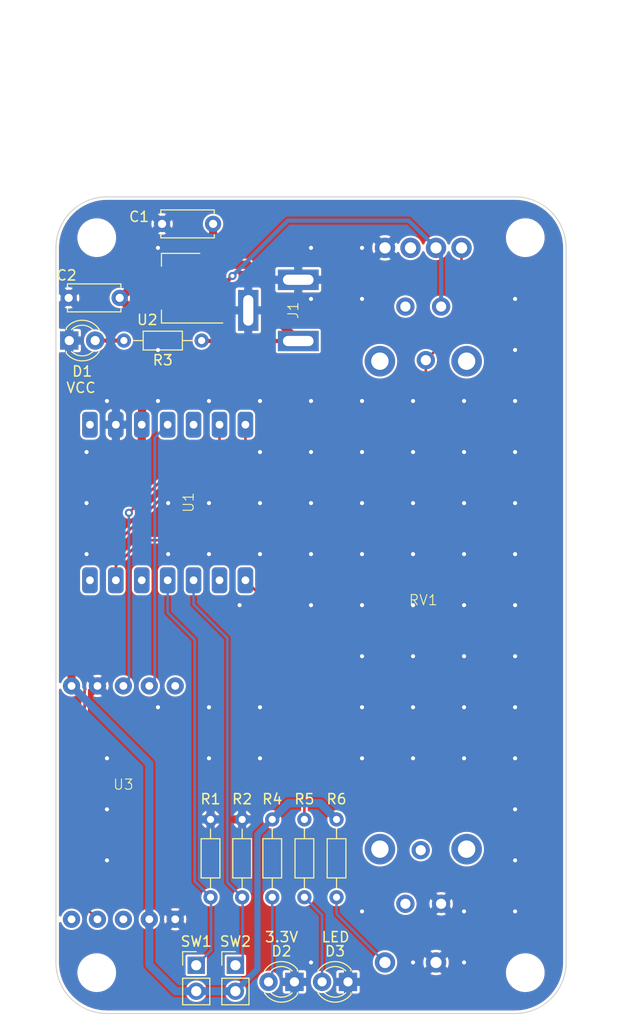
<source format=kicad_pcb>
(kicad_pcb (version 20221018) (generator pcbnew)
  (layers (0 "F.Cu" signal) (31 "B.Cu" signal) (34 "B.Paste" user) (35 "F.Paste" user) (36 "B.SilkS" user "B.Silkscreen") (37 "F.SilkS" user "F.Silkscreen") (38 "B.Mask" user) (39 "F.Mask" user) (44 "Edge.Cuts" user))
  (net 0 "")
  (net 1 "+BATT")
  (net 2 "GND")
  (net 3 "+3.3V")
  (net 4 "Net-(D1-A)")
  (net 5 "Net-(D2-A)")
  (net 6 "Net-(D3-A)")
  (net 7 "DirectionSW")
  (net 8 "LEDSW")
  (net 9 "LED")
  (net 10 "Net-(R6-Pad2)")
  (net 11 "Volume")
  (net 15 "LATCH")
  (net 16 "SCK")
  (net 18 "MOSI")
  (footprint "Resistor_THT:R_Axial_DIN0204_L3.6mm_D1.6mm_P7.62mm_Horizontal" (layer "F.Cu") (at 39.35 75.99 -90)
    (fp_text reference "R5" (at -1.99 0 -180) (layer "F.SilkS"))
    (fp_text value "4.7K")
    (fp_line (start 0.94 0) (end 1.89 0) (stroke (width 0.12)) (layer "F.SilkS"))
    (fp_line (start 1.89 -0.92) (end 1.89 0.92) (stroke (width 0.12)) (layer "F.SilkS"))
    (fp_line (start 1.89 0.92) (end 5.73 0.92) (stroke (width 0.12)) (layer "F.SilkS"))
    (fp_line (start 5.73 -0.92) (end 1.89 -0.92) (stroke (width 0.12)) (layer "F.SilkS"))
    (fp_line (start 5.73 0.92) (end 5.73 -0.92) (stroke (width 0.12)) (layer "F.SilkS"))
    (fp_line (start 6.68 0) (end 5.73 0) (stroke (width 0.12)) (layer "F.SilkS"))
    (pad "1" thru_hole circle (at 0 0 270) (size 1.4 1.4) (drill 0.7) (layers "*.Cu" "*.Mask") (net 9 "LED"))
    (pad "2" thru_hole oval (at 7.62 0 270) (size 1.4 1.4) (drill 0.7) (layers "*.Cu" "*.Mask") (net 6 "Net-(D3-A)"))
  )
  (footprint "Resistor_THT:R_Axial_DIN0204_L3.6mm_D1.6mm_P7.62mm_Horizontal" (layer "F.Cu") (at 29.28 29.08 180)
    (fp_text reference "R3" (at 3.81 -1.92) (layer "F.SilkS"))
    (fp_text value "4.7K")
    (fp_line (start 0.94 0) (end 1.89 0) (stroke (width 0.12)) (layer "F.SilkS"))
    (fp_line (start 1.89 -0.92) (end 1.89 0.92) (stroke (width 0.12)) (layer "F.SilkS"))
    (fp_line (start 1.89 0.92) (end 5.73 0.92) (stroke (width 0.12)) (layer "F.SilkS"))
    (fp_line (start 5.73 -0.92) (end 1.89 -0.92) (stroke (width 0.12)) (layer "F.SilkS"))
    (fp_line (start 5.73 0.92) (end 5.73 -0.92) (stroke (width 0.12)) (layer "F.SilkS"))
    (fp_line (start 6.68 0) (end 5.73 0) (stroke (width 0.12)) (layer "F.SilkS"))
    (pad "1" thru_hole circle (at 0 0 180) (size 1.4 1.4) (drill 0.7) (layers "*.Cu" "*.Mask") (net 1 "+BATT"))
    (pad "2" thru_hole oval (at 7.62 0 180) (size 1.4 1.4) (drill 0.7) (layers "*.Cu" "*.Mask") (net 4 "Net-(D1-A)"))
  )
  (footprint "MyLib:VR-sliderV2" (layer "F.Cu") (at 51 55)
    (fp_text reference "RV1" (at 0 -0.5 unlocked) (layer "F.SilkS") (effects (font (thickness 0.1))))
    (fp_text value "~")
    (pad "" thru_hole circle (at -4.25 -23.9) (size 3 3) (drill 1.7) (layers "*.Cu" "*.Mask"))
    (pad "" thru_hole circle (at -4.25 23.9) (size 3 3) (drill 1.7) (layers "*.Cu" "*.Mask"))
    (pad "" thru_hole circle (at -1.75 -29.25) (size 1.8 1.8) (drill 1) (layers "*.Cu" "*.Mask"))
    (pad "" thru_hole circle (at -1.75 29.25) (size 1.8 1.8) (drill 1) (layers "*.Cu" "*.Mask"))
    (pad "" thru_hole circle (at -1.25 -35) (size 2 2) (drill 1.1) (layers "*.Cu" "*.Mask"))
    (pad "" thru_hole circle (at -0.25 24) (size 1.8 1.8) (drill 1) (layers "*.Cu" "*.Mask"))
    (pad "" thru_hole circle (at 4.25 -23.9) (size 3 3) (drill 1.7) (layers "*.Cu" "*.Mask"))
    (pad "" thru_hole circle (at 4.25 23.9) (size 3 3) (drill 1.7) (layers "*.Cu" "*.Mask"))
    (pad "1" thru_hole circle (at 1.25 -35) (size 2 2) (drill 1.1) (layers "*.Cu" "*.Mask") (net 3 "+3.3V"))
    (pad "1" thru_hole circle (at 1.75 -29.25) (size 1.8 1.8) (drill 1) (layers "*.Cu" "*.Mask") (net 3 "+3.3V"))
    (pad "2" thru_hole circle (at 0.25 -24) (size 1.8 1.8) (drill 1) (layers "*.Cu" "*.Mask") (net 11 "Volume"))
    (pad "2" thru_hole circle (at 3.75 -35) (size 2 2) (drill 1.1) (layers "*.Cu" "*.Mask") (net 11 "Volume"))
    (pad "3" thru_hole circle (at 1.25 35) (size 2 2) (drill 1.1) (layers "*.Cu" "*.Mask") (net 2 "GND"))
    (pad "3" thru_hole circle (at 1.75 29.25) (size 1.8 1.8) (drill 1) (layers "*.Cu" "*.Mask") (net 2 "GND"))
    (pad "4" thru_hole circle (at -3.75 35) (size 2 2) (drill 1.1) (layers "*.Cu" "*.Mask") (net 10 "Net-(R6-Pad2)"))
    (pad "5" thru_hole circle (at -3.75 -35) (size 2 2) (drill 1.1) (layers "*.Cu" "*.Mask") (net 2 "GND"))
  )
  (footprint "LED_THT:LED_D3.0mm" (layer "F.Cu") (at 38.375 91.9 180)
    (fp_text reference "D2" (at 1.268453 3) (layer "F.SilkS"))
    (fp_text value "LED")
    (fp_line (start -0.29 -1.236) (end -0.29 -1.08) (stroke (width 0.12)) (layer "F.SilkS"))
    (fp_line (start -0.29 1.08) (end -0.29 1.236) (stroke (width 0.12)) (layer "F.SilkS"))
    (fp_arc (start -0.29 -1.235516) (mid 1.366487 -1.987659) (end 2.942335 -1.078608) (stroke (width 0.12)) (layer "F.SilkS"))
    (fp_arc (start 0.229039 -1.08) (mid 1.270117 -1.5) (end 2.31113 -1.079837) (stroke (width 0.12)) (layer "F.SilkS"))
    (fp_arc (start 2.31113 1.079837) (mid 1.270117 1.5) (end 0.229039 1.08) (stroke (width 0.12)) (layer "F.SilkS"))
    (fp_arc (start 2.942335 1.078608) (mid 1.366487 1.987659) (end -0.29 1.235516) (stroke (width 0.12)) (layer "F.SilkS"))
    (pad "1" thru_hole rect (at 0 0 180) (size 1.8 1.8) (drill 0.9) (layers "*.Cu" "*.Mask") (net 2 "GND"))
    (pad "2" thru_hole circle (at 2.54 0 180) (size 1.8 1.8) (drill 0.9) (layers "*.Cu" "*.Mask") (net 5 "Net-(D2-A)"))
  )
  (footprint "Resistor_THT:R_Axial_DIN0204_L3.6mm_D1.6mm_P7.62mm_Horizontal" (layer "F.Cu") (at 36.2 75.99 -90)
    (fp_text reference "R4" (at -1.99 0 -180) (layer "F.SilkS"))
    (fp_text value "4.7K")
    (fp_line (start 0.94 0) (end 1.89 0) (stroke (width 0.12)) (layer "F.SilkS"))
    (fp_line (start 1.89 -0.92) (end 1.89 0.92) (stroke (width 0.12)) (layer "F.SilkS"))
    (fp_line (start 1.89 0.92) (end 5.73 0.92) (stroke (width 0.12)) (layer "F.SilkS"))
    (fp_line (start 5.73 -0.92) (end 1.89 -0.92) (stroke (width 0.12)) (layer "F.SilkS"))
    (fp_line (start 5.73 0.92) (end 5.73 -0.92) (stroke (width 0.12)) (layer "F.SilkS"))
    (fp_line (start 6.68 0) (end 5.73 0) (stroke (width 0.12)) (layer "F.SilkS"))
    (pad "1" thru_hole circle (at 0 0 270) (size 1.4 1.4) (drill 0.7) (layers "*.Cu" "*.Mask") (net 3 "+3.3V"))
    (pad "2" thru_hole oval (at 7.62 0 270) (size 1.4 1.4) (drill 0.7) (layers "*.Cu" "*.Mask") (net 5 "Net-(D2-A)"))
  )
  (footprint "Connector_PinHeader_2.54mm:PinHeader_1x02_P2.54mm_Vertical" (layer "F.Cu") (at 28.75 90.275)
    (fp_text reference "SW1" (at 0 -2.33) (layer "F.SilkS"))
    (fp_text value "SW_Push")
    (fp_line (start -1.33 -1.33) (end 0 -1.33) (stroke (width 0.12)) (layer "F.SilkS"))
    (fp_line (start -1.33 0) (end -1.33 -1.33) (stroke (width 0.12)) (layer "F.SilkS"))
    (fp_line (start -1.33 1.27) (end -1.33 3.87) (stroke (width 0.12)) (layer "F.SilkS"))
    (fp_line (start -1.33 1.27) (end 1.33 1.27) (stroke (width 0.12)) (layer "F.SilkS"))
    (fp_line (start -1.33 3.87) (end 1.33 3.87) (stroke (width 0.12)) (layer "F.SilkS"))
    (fp_line (start 1.33 1.27) (end 1.33 3.87) (stroke (width 0.12)) (layer "F.SilkS"))
    (pad "1" thru_hole rect (at 0 0) (size 1.7 1.7) (drill 1) (layers "*.Cu" "*.Mask") (net 7 "DirectionSW"))
    (pad "2" thru_hole oval (at 0 2.54) (size 1.7 1.7) (drill 1) (layers "*.Cu" "*.Mask") (net 3 "+3.3V"))
  )
  (footprint "Resistor_THT:R_Axial_DIN0204_L3.6mm_D1.6mm_P7.62mm_Horizontal" (layer "F.Cu") (at 33.25 83.61 90)
    (fp_text reference "R2" (at 9.61 0 180) (layer "F.SilkS"))
    (fp_text value "20k")
    (fp_line (start 0.94 0) (end 1.89 0) (stroke (width 0.12)) (layer "F.SilkS"))
    (fp_line (start 1.89 -0.92) (end 1.89 0.92) (stroke (width 0.12)) (layer "F.SilkS"))
    (fp_line (start 1.89 0.92) (end 5.73 0.92) (stroke (width 0.12)) (layer "F.SilkS"))
    (fp_line (start 5.73 -0.92) (end 1.89 -0.92) (stroke (width 0.12)) (layer "F.SilkS"))
    (fp_line (start 5.73 0.92) (end 5.73 -0.92) (stroke (width 0.12)) (layer "F.SilkS"))
    (fp_line (start 6.68 0) (end 5.73 0) (stroke (width 0.12)) (layer "F.SilkS"))
    (pad "1" thru_hole circle (at 0 0 90) (size 1.4 1.4) (drill 0.7) (layers "*.Cu" "*.Mask") (net 8 "LEDSW"))
    (pad "2" thru_hole oval (at 7.62 0 90) (size 1.4 1.4) (drill 0.7) (layers "*.Cu" "*.Mask") (net 2 "GND"))
  )
  (footprint "MountingHole:MountingHole_3.2mm_M3" (layer "F.Cu") (at 19 91)
    (fp_text reference "REF**" hide)
    (fp_text value "MountingHole_3.2mm_M3")
    (pad "" np_thru_hole circle (at 0 0) (size 3.2 3.2) (drill 3.2) (layers "*.Cu" "*.Mask"))
  )
  (footprint "Resistor_THT:R_Axial_DIN0204_L3.6mm_D1.6mm_P7.62mm_Horizontal" (layer "F.Cu") (at 30.15 83.61 90)
    (fp_text reference "R1" (at 9.61 0 180) (layer "F.SilkS"))
    (fp_text value "20k")
    (fp_line (start 0.94 0) (end 1.89 0) (stroke (width 0.12)) (layer "F.SilkS"))
    (fp_line (start 1.89 -0.92) (end 1.89 0.92) (stroke (width 0.12)) (layer "F.SilkS"))
    (fp_line (start 1.89 0.92) (end 5.73 0.92) (stroke (width 0.12)) (layer "F.SilkS"))
    (fp_line (start 5.73 -0.92) (end 1.89 -0.92) (stroke (width 0.12)) (layer "F.SilkS"))
    (fp_line (start 5.73 0.92) (end 5.73 -0.92) (stroke (width 0.12)) (layer "F.SilkS"))
    (fp_line (start 6.68 0) (end 5.73 0) (stroke (width 0.12)) (layer "F.SilkS"))
    (pad "1" thru_hole circle (at 0 0 90) (size 1.4 1.4) (drill 0.7) (layers "*.Cu" "*.Mask") (net 7 "DirectionSW"))
    (pad "2" thru_hole oval (at 7.62 0 90) (size 1.4 1.4) (drill 0.7) (layers "*.Cu" "*.Mask") (net 2 "GND"))
  )
  (footprint "MyLib:DCJack2.1" (layer "F.Cu") (at 38.75 26.125 90)
    (fp_text reference "J1" (at 0 -0.5 90 unlocked) (layer "F.SilkS") (effects (font (thickness 0.1))))
    (fp_text value "Jack-DC")
    (pad "1" thru_hole rect (at -3 0 90) (size 2 4) (drill oval 1 3) (layers "*.Cu" "*.Mask") (net 1 "+BATT"))
    (pad "2" thru_hole rect (at 0 -4.9 180) (size 2 4) (drill oval 1 3) (layers "*.Cu" "*.Mask") (net 2 "GND"))
    (pad "2" thru_hole rect (at 3 0 90) (size 2 4) (drill oval 1 3) (layers "*.Cu" "*.Mask") (net 2 "GND"))
  )
  (footprint "Capacitor_THT:C_Disc_D5.0mm_W2.5mm_P5.00mm" (layer "F.Cu") (at 21.25 24.9 180)
    (fp_text reference "C2" (at 5.21 2.21) (layer "F.SilkS"))
    (fp_text value "1u")
    (fp_line (start -0.12 -1.37) (end -0.12 -1.055) (stroke (width 0.12)) (layer "F.SilkS"))
    (fp_line (start -0.12 -1.37) (end 5.12 -1.37) (stroke (width 0.12)) (layer "F.SilkS"))
    (fp_line (start -0.12 1.055) (end -0.12 1.37) (stroke (width 0.12)) (layer "F.SilkS"))
    (fp_line (start -0.12 1.37) (end 5.12 1.37) (stroke (width 0.12)) (layer "F.SilkS"))
    (fp_line (start 5.12 -1.37) (end 5.12 -1.055) (stroke (width 0.12)) (layer "F.SilkS"))
    (fp_line (start 5.12 1.055) (end 5.12 1.37) (stroke (width 0.12)) (layer "F.SilkS"))
    (pad "1" thru_hole circle (at 0 0 180) (size 1.6 1.6) (drill 0.8) (layers "*.Cu" "*.Mask") (net 3 "+3.3V"))
    (pad "2" thru_hole circle (at 5 0 180) (size 1.6 1.6) (drill 0.8) (layers "*.Cu" "*.Mask") (net 2 "GND"))
  )
  (footprint "MountingHole:MountingHole_3.2mm_M3" (layer "F.Cu") (at 19 19)
    (fp_text reference "REF**" hide)
    (fp_text value "MountingHole_3.2mm_M3")
    (pad "" np_thru_hole circle (at 0 0) (size 3.2 3.2) (drill 3.2) (layers "*.Cu" "*.Mask"))
  )
  (footprint "Package_TO_SOT_SMD:SOT-223-3_TabPin2" (layer "F.Cu") (at 27.25 23.95 180)
    (fp_text reference "U2" (at 3.3 -3.1) (layer "F.SilkS"))
    (fp_text value "LM1117GS-3.3")
    (fp_line (start -4.1 -3.41) (end 1.91 -3.41) (stroke (width 0.12)) (layer "F.SilkS"))
    (fp_line (start -1.85 3.41) (end 1.91 3.41) (stroke (width 0.12)) (layer "F.SilkS"))
    (fp_line (start 1.91 -3.41) (end 1.91 -2.15) (stroke (width 0.12)) (layer "F.SilkS"))
    (fp_line (start 1.91 3.41) (end 1.91 2.15) (stroke (width 0.12)) (layer "F.SilkS"))
    (pad "1" smd rect (at -3.15 -2.3 180) (size 2 1.5) (layers "F.Cu" "F.Paste" "F.Mask") (net 2 "GND"))
    (pad "2" smd rect (at -3.15 0 180) (size 2 1.5) (layers "F.Cu" "F.Paste" "F.Mask") (net 3 "+3.3V"))
    (pad "2" smd rect (at 3.15 0 180) (size 2 3.8) (layers "F.Cu" "F.Paste" "F.Mask") (net 3 "+3.3V"))
    (pad "3" smd rect (at -3.15 2.3 180) (size 2 1.5) (layers "F.Cu" "F.Paste" "F.Mask") (net 1 "+BATT"))
  )
  (footprint "MyLib:XIAO_ESP32C3" (layer "F.Cu") (at 25.95 44.94 90)
    (fp_text reference "U1" (at 0 2.04 90 unlocked) (layer "F.SilkS") (effects (font (thickness 0.1))))
    (fp_text value "XIAO_ESP32C3")
    (pad "1" thru_hole roundrect (at -7.62 -7.62 90) (size 2.54 1.524) (drill 0.762) (layers "*.Cu" "*.Mask"))
    (pad "2" thru_hole roundrect (at -7.62 -5.08 90) (size 2.54 1.524) (drill 0.762) (layers "*.Cu" "*.Mask") (net 11 "Volume"))
    (pad "3" thru_hole roundrect (at -7.62 -2.54 90) (size 2.54 1.524) (drill 0.762) (layers "*.Cu" "*.Mask"))
    (pad "4" thru_hole roundrect (at -7.62 0 90) (size 2.54 1.524) (drill 0.762) (layers "*.Cu" "*.Mask") (net 7 "DirectionSW"))
    (pad "5" thru_hole roundrect (at -7.62 2.54 90) (size 2.54 1.524) (drill 0.762) (layers "*.Cu" "*.Mask") (net 8 "LEDSW"))
    (pad "6" thru_hole roundrect (at -7.62 5.08 90) (size 2.54 1.524) (drill 0.762) (layers "*.Cu" "*.Mask"))
    (pad "7" thru_hole roundrect (at -7.62 7.62 90) (size 2.54 1.524) (drill 0.762) (layers "*.Cu" "*.Mask") (net 9 "LED"))
    (pad "8" thru_hole roundrect (at 7.62 7.62 90) (size 2.54 1.524) (drill 0.762) (layers "*.Cu" "*.Mask") (net 15 "LATCH"))
    (pad "9" thru_hole roundrect (at 7.62 5.08 90) (size 2.54 1.524) (drill 0.762) (layers "*.Cu" "*.Mask") (net 16 "SCK"))
    (pad "10" thru_hole roundrect (at 7.62 2.54 90) (size 2.54 1.524) (drill 0.762) (layers "*.Cu" "*.Mask"))
    (pad "11" thru_hole roundrect (at 7.62 0 90) (size 2.54 1.524) (drill 0.762) (layers "*.Cu" "*.Mask") (net 18 "MOSI"))
    (pad "12" thru_hole roundrect (at 7.62 -2.54 90) (size 2.54 1.524) (drill 0.762) (layers "*.Cu" "*.Mask") (net 3 "+3.3V"))
    (pad "13" thru_hole roundrect (at 7.62 -5.08 90) (size 2.54 1.524) (drill 0.762) (layers "*.Cu" "*.Mask") (net 2 "GND"))
    (pad "14" thru_hole roundrect (at 7.62 -7.62 90) (size 2.54 1.524) (drill 0.762) (layers "*.Cu" "*.Mask"))
  )
  (footprint "MountingHole:MountingHole_3.2mm_M3" (layer "F.Cu") (at 61 19)
    (fp_text reference "REF**" hide)
    (fp_text value "MountingHole_3.2mm_M3")
    (pad "" np_thru_hole circle (at 0 0) (size 3.2 3.2) (drill 3.2) (layers "*.Cu" "*.Mask"))
  )
  (footprint "MyLib:OSL10564-MODULE" (layer "F.Cu") (at 21.61 73.07)
    (fp_text reference "U3" (at 0 -0.5 unlocked) (layer "F.SilkS") (effects (font (thickness 0.1))))
    (fp_text value "OSL10564")
    (pad "1" thru_hole circle (at -5.08 -10.16) (size 1.693333 1.693333) (drill 0.762) (layers "*.Cu" "*.Mask") (net 3 "+3.3V"))
    (pad "2" thru_hole circle (at -2.54 -10.16) (size 1.693333 1.693333) (drill 0.762) (layers "*.Cu" "*.Mask") (net 2 "GND"))
    (pad "3" thru_hole circle (at 0 -10.16) (size 1.693333 1.693333) (drill 0.762) (layers "*.Cu" "*.Mask") (net 16 "SCK"))
    (pad "4" thru_hole circle (at 2.54 -10.16) (size 1.693333 1.693333) (drill 0.762) (layers "*.Cu" "*.Mask") (net 18 "MOSI"))
    (pad "5" thru_hole circle (at 5.08 -10.16) (size 1.693333 1.693333) (drill 0.762) (layers "*.Cu" "*.Mask"))
    (pad "6" thru_hole circle (at 5.08 12.7) (size 1.693333 1.693333) (drill 0.762) (layers "*.Cu" "*.Mask") (net 2 "GND"))
    (pad "7" thru_hole circle (at 2.54 12.7) (size 1.693333 1.693333) (drill 0.762) (layers "*.Cu" "*.Mask") (net 3 "+3.3V"))
    (pad "8" thru_hole circle (at 0 12.7) (size 1.693333 1.693333) (drill 0.762) (layers "*.Cu" "*.Mask"))
    (pad "9" thru_hole circle (at -2.54 12.7) (size 1.693333 1.693333) (drill 0.762) (layers "*.Cu" "*.Mask") (net 15 "LATCH"))
    (pad "10" thru_hole circle (at -5.08 12.7) (size 1.693333 1.693333) (drill 0.762) (layers "*.Cu" "*.Mask"))
  )
  (footprint "Connector_PinHeader_2.54mm:PinHeader_1x02_P2.54mm_Vertical" (layer "F.Cu") (at 32.59 90.275)
    (fp_text reference "SW2" (at 0 -2.33) (layer "F.SilkS"))
    (fp_text value "SW_Push")
    (fp_line (start -1.33 -1.33) (end 0 -1.33) (stroke (width 0.12)) (layer "F.SilkS"))
    (fp_line (start -1.33 0) (end -1.33 -1.33) (stroke (width 0.12)) (layer "F.SilkS"))
    (fp_line (start -1.33 1.27) (end -1.33 3.87) (stroke (width 0.12)) (layer "F.SilkS"))
    (fp_line (start -1.33 1.27) (end 1.33 1.27) (stroke (width 0.12)) (layer "F.SilkS"))
    (fp_line (start -1.33 3.87) (end 1.33 3.87) (stroke (width 0.12)) (layer "F.SilkS"))
    (fp_line (start 1.33 1.27) (end 1.33 3.87) (stroke (width 0.12)) (layer "F.SilkS"))
    (pad "1" thru_hole rect (at 0 0) (size 1.7 1.7) (drill 1) (layers "*.Cu" "*.Mask") (net 8 "LEDSW"))
    (pad "2" thru_hole oval (at 0 2.54) (size 1.7 1.7) (drill 1) (layers "*.Cu" "*.Mask") (net 3 "+3.3V"))
  )
  (footprint "Capacitor_THT:C_Disc_D5.0mm_W2.5mm_P5.00mm" (layer "F.Cu") (at 30.4 17.65 180)
    (fp_text reference "C1" (at 7.25 0.7) (layer "F.SilkS"))
    (fp_text value "1u")
    (fp_line (start -0.12 -1.37) (end -0.12 -1.055) (stroke (width 0.12)) (layer "F.SilkS"))
    (fp_line (start -0.12 -1.37) (end 5.12 -1.37) (stroke (width 0.12)) (layer "F.SilkS"))
    (fp_line (start -0.12 1.055) (end -0.12 1.37) (stroke (width 0.12)) (layer "F.SilkS"))
    (fp_line (start -0.12 1.37) (end 5.12 1.37) (stroke (width 0.12)) (layer "F.SilkS"))
    (fp_line (start 5.12 -1.37) (end 5.12 -1.055) (stroke (width 0.12)) (layer "F.SilkS"))
    (fp_line (start 5.12 1.055) (end 5.12 1.37) (stroke (width 0.12)) (layer "F.SilkS"))
    (pad "1" thru_hole circle (at 0 0 180) (size 1.6 1.6) (drill 0.8) (layers "*.Cu" "*.Mask") (net 1 "+BATT"))
    (pad "2" thru_hole circle (at 5 0 180) (size 1.6 1.6) (drill 0.8) (layers "*.Cu" "*.Mask") (net 2 "GND"))
  )
  (footprint "LED_THT:LED_D3.0mm" (layer "F.Cu") (at 16.305 29.08)
    (fp_text reference "D1" (at 1.27 3.02) (layer "F.SilkS"))
    (fp_text value "LED")
    (fp_line (start -0.29 -1.236) (end -0.29 -1.08) (stroke (width 0.12)) (layer "F.SilkS"))
    (fp_line (start -0.29 1.08) (end -0.29 1.236) (stroke (width 0.12)) (layer "F.SilkS"))
    (fp_arc (start -0.29 -1.235516) (mid 1.366487 -1.987659) (end 2.942335 -1.078608) (stroke (width 0.12)) (layer "F.SilkS"))
    (fp_arc (start 0.229039 -1.08) (mid 1.270117 -1.5) (end 2.31113 -1.079837) (stroke (width 0.12)) (layer "F.SilkS"))
    (fp_arc (start 2.31113 1.079837) (mid 1.270117 1.5) (end 0.229039 1.08) (stroke (width 0.12)) (layer "F.SilkS"))
    (fp_arc (start 2.942335 1.078608) (mid 1.366487 1.987659) (end -0.29 1.235516) (stroke (width 0.12)) (layer "F.SilkS"))
    (pad "1" thru_hole rect (at 0 0) (size 1.8 1.8) (drill 0.9) (layers "*.Cu" "*.Mask") (net 2 "GND"))
    (pad "2" thru_hole circle (at 2.54 0) (size 1.8 1.8) (drill 0.9) (layers "*.Cu" "*.Mask") (net 4 "Net-(D1-A)"))
  )
  (footprint "MountingHole:MountingHole_3.2mm_M3" (layer "F.Cu") (at 61 91)
    (fp_text reference "REF**" hide)
    (fp_text value "MountingHole_3.2mm_M3")
    (pad "" np_thru_hole circle (at 0 0) (size 3.2 3.2) (drill 3.2) (layers "*.Cu" "*.Mask"))
  )
  (footprint "Resistor_THT:R_Axial_DIN0204_L3.6mm_D1.6mm_P7.62mm_Horizontal" (layer "F.Cu") (at 42.5 75.99 -90)
    (fp_text reference "R6" (at -1.99 0 -180) (layer "F.SilkS"))
    (fp_text value "1k")
    (fp_line (start 0.94 0) (end 1.89 0) (stroke (width 0.12)) (layer "F.SilkS"))
    (fp_line (start 1.89 -0.92) (end 1.89 0.92) (stroke (width 0.12)) (layer "F.SilkS"))
    (fp_line (start 1.89 0.92) (end 5.73 0.92) (stroke (width 0.12)) (layer "F.SilkS"))
    (fp_line (start 5.73 -0.92) (end 1.89 -0.92) (stroke (width 0.12)) (layer "F.SilkS"))
    (fp_line (start 5.73 0.92) (end 5.73 -0.92) (stroke (width 0.12)) (layer "F.SilkS"))
    (fp_line (start 6.68 0) (end 5.73 0) (stroke (width 0.12)) (layer "F.SilkS"))
    (pad "1" thru_hole circle (at 0 0 270) (size 1.4 1.4) (drill 0.7) (layers "*.Cu" "*.Mask") (net 3 "+3.3V"))
    (pad "2" thru_hole oval (at 7.62 0 270) (size 1.4 1.4) (drill 0.7) (layers "*.Cu" "*.Mask") (net 10 "Net-(R6-Pad2)"))
  )
  (footprint "LED_THT:LED_D3.0mm" (layer "F.Cu") (at 43.625 91.9 180)
    (fp_text reference "D3" (at 1.270117 3) (layer "F.SilkS"))
    (fp_text value "LED")
    (fp_line (start -0.29 -1.236) (end -0.29 -1.08) (stroke (width 0.12)) (layer "F.SilkS"))
    (fp_line (start -0.29 1.08) (end -0.29 1.236) (stroke (width 0.12)) (layer "F.SilkS"))
    (fp_arc (start -0.29 -1.235516) (mid 1.366487 -1.987659) (end 2.942335 -1.078608) (stroke (width 0.12)) (layer "F.SilkS"))
    (fp_arc (start 0.229039 -1.08) (mid 1.270117 -1.5) (end 2.31113 -1.079837) (stroke (width 0.12)) (layer "F.SilkS"))
    (fp_arc (start 2.31113 1.079837) (mid 1.270117 1.5) (end 0.229039 1.08) (stroke (width 0.12)) (layer "F.SilkS"))
    (fp_arc (start 2.942335 1.078608) (mid 1.366487 1.987659) (end -0.29 1.235516) (stroke (width 0.12)) (layer "F.SilkS"))
    (pad "1" thru_hole rect (at 0 0 180) (size 1.8 1.8) (drill 0.9) (layers "*.Cu" "*.Mask") (net 2 "GND"))
    (pad "2" thru_hole circle (at 2.54 0 180) (size 1.8 1.8) (drill 0.9) (layers "*.Cu" "*.Mask") (net 6 "Net-(D3-A)"))
  )
  (gr_arc (start 15 20) (mid 16.464466 16.464466) (end 20 15) (stroke (width 0.1)) (layer "Edge.Cuts"))
  (gr_arc (start 20 95) (mid 16.464466 93.535534) (end 15 90) (stroke (width 0.1)) (layer "Edge.Cuts"))
  (gr_arc (start 65 90) (mid 63.535534 93.535534) (end 60 95) (stroke (width 0.1)) (layer "Edge.Cuts"))
  (gr_line (start 65 20) (end 65 90) (stroke (width 0.1)) (layer "Edge.Cuts"))
  (gr_line (start 15 20) (end 15 90) (stroke (width 0.1)) (layer "Edge.Cuts"))
  (gr_arc (start 60 15) (mid 63.535534 16.464466) (end 65 20) (stroke (width 0.1)) (layer "Edge.Cuts"))
  (gr_line (start 20 15) (end 60 15) (stroke (width 0.1)) (layer "Edge.Cuts"))
  (gr_line (start 60 95) (end 20 95) (stroke (width 0.1)) (layer "Edge.Cuts"))
  (gr_text "3.3V" (at 35.4 88.1) (layer "F.SilkS") (effects (font (size 1 1)) (justify left bottom)))
  (gr_text "LED" (at 40.95 88.1) (layer "F.SilkS") (effects (font (size 1 1)) (justify left bottom)))
  (gr_text "VCC" (at 15.93 34.29) (layer "F.SilkS") (effects (font (size 1 1)) (justify left bottom)))
  (segment (start 35.83 23.68) (end 35.83 26.205) (width 0.8) (layer "F.Cu") (net 1))
  (segment (start 30.4 21.65) (end 33.8 21.65) (width 0.8) (layer "F.Cu") (net 1))
  (segment (start 38.75 29.125) (end 29.325 29.125) (width 0.4) (layer "F.Cu") (net 1))
  (segment (start 30.4 17.65) (end 30.4 21.65) (width 0.8) (layer "F.Cu") (net 1))
  (segment (start 33.8 21.65) (end 35.83 23.68) (width 0.8) (layer "F.Cu") (net 1))
  (segment (start 35.83 26.205) (end 38.75 29.125) (width 0.8) (layer "F.Cu") (net 1))
  (segment (start 29.325 29.125) (end 29.28 29.08) (width 0.4) (layer "F.Cu") (net 1))
  (via (at 45 20) (size 0.8) (drill 0.4) (layers "F.Cu" "B.Cu") (net 2))
  (via (at 35 40) (size 0.8) (drill 0.4) (layers "F.Cu" "B.Cu") (net 2))
  (via (at 40 45) (size 0.8) (drill 0.4) (layers "F.Cu" "B.Cu") (net 2))
  (via (at 45 40) (size 0.8) (drill 0.4) (layers "F.Cu" "B.Cu") (net 2))
  (via (at 25 30) (size 0.8) (drill 0.4) (layers "F.Cu" "B.Cu") (net 2))
  (via (at 45 35) (size 0.8) (drill 0.4) (layers "F.Cu" "B.Cu") (net 2))
  (via (at 45 70) (size 0.8) (drill 0.4) (layers "F.Cu" "B.Cu") (net 2))
  (via (at 40 90) (size 0.8) (drill 0.4) (layers "F.Cu" "B.Cu") (net 2))
  (via (at 30 50) (size 0.8) (drill 0.4) (layers "F.Cu" "B.Cu") (net 2))
  (via (at 55 85) (size 0.8) (drill 0.4) (layers "F.Cu" "B.Cu") (net 2))
  (via (at 40 35) (size 0.8) (drill 0.4) (layers "F.Cu" "B.Cu") (net 2))
  (via (at 45 85) (size 0.8) (drill 0.4) (layers "F.Cu" "B.Cu") (net 2))
  (via (at 55 35) (size 0.8) (drill 0.4) (layers "F.Cu" "B.Cu") (net 2))
  (via (at 55 55) (size 0.8) (drill 0.4) (layers "F.Cu" "B.Cu") (net 2))
  (via (at 18 40) (size 0.8) (drill 0.4) (layers "F.Cu" "B.Cu") (net 2))
  (via (at 50 90) (size 0.8) (drill 0.4) (layers "F.Cu" "B.Cu") (net 2))
  (via (at 45 60) (size 0.8) (drill 0.4) (layers "F.Cu" "B.Cu") (net 2))
  (via (at 35 65) (size 0.8) (drill 0.4) (layers "F.Cu" "B.Cu") (net 2))
  (via (at 45 25) (size 0.8) (drill 0.4) (layers "F.Cu" "B.Cu") (net 2))
  (via (at 45 65) (size 0.8) (drill 0.4) (layers "F.Cu" "B.Cu") (net 2))
  (via (at 40 55) (size 0.8) (drill 0.4) (layers "F.Cu" "B.Cu") (net 2))
  (via (at 45 45) (size 0.8) (drill 0.4) (layers "F.Cu" "B.Cu") (net 2))
  (via (at 33 55) (size 0.8) (drill 0.4) (layers "F.Cu" "B.Cu") (net 2))
  (via (at 30 45) (size 0.8) (drill 0.4) (layers "F.Cu" "B.Cu") (net 2))
  (via (at 60 70) (size 0.8) (drill 0.4) (layers "F.Cu" "B.Cu") (net 2))
  (via (at 40 50) (size 0.8) (drill 0.4) (layers "F.Cu" "B.Cu") (net 2))
  (via (at 55 50) (size 0.8) (drill 0.4) (layers "F.Cu" "B.Cu") (net 2))
  (via (at 40 40) (size 0.8) (drill 0.4) (layers "F.Cu" "B.Cu") (net 2))
  (via (at 60 45) (size 0.8) (drill 0.4) (layers "F.Cu" "B.Cu") (net 2))
  (via (at 55 70) (size 0.8) (drill 0.4) (layers "F.Cu" "B.Cu") (net 2))
  (via (at 35 45) (size 0.8) (drill 0.4) (layers "F.Cu" "B.Cu") (net 2))
  (via (at 55 65) (size 0.8) (drill 0.4) (layers "F.Cu" "B.Cu") (net 2))
  (via (at 35 50) (size 0.8) (drill 0.4) (layers "F.Cu" "B.Cu") (net 2))
  (via (at 25 20) (size 0.8) (drill 0.4) (layers "F.Cu" "B.Cu") (net 2))
  (via (at 50 60) (size 0.8) (drill 0.4) (layers "F.Cu" "B.Cu") (net 2))
  (via (at 50 50) (size 0.8) (drill 0.4) (layers "F.Cu" "B.Cu") (net 2))
  (via (at 60 30) (size 0.8) (drill 0.4) (layers "F.Cu" "B.Cu") (net 2))
  (via (at 30 70) (size 0.8) (drill 0.4) (layers "F.Cu" "B.Cu") (net 2))
  (via (at 60 80) (size 0.8) (drill 0.4) (layers "F.Cu" "B.Cu") (net 2))
  (via (at 50 70) (size 0.8) (drill 0.4) (layers "F.Cu" "B.Cu") (net 2))
  (via (at 60 25) (size 0.8) (drill 0.4) (layers "F.Cu" "B.Cu") (net 2))
  (via (at 50 65) (size 0.8) (drill 0.4) (layers "F.Cu" "B.Cu") (net 2))
  (via (at 40 20) (size 0.8) (drill 0.4) (layers "F.Cu" "B.Cu") (net 2))
  (via (at 18 50) (size 0.8) (drill 0.4) (layers "F.Cu" "B.Cu") (net 2))
  (via (at 60 40) (size 0.8) (drill 0.4) (layers "F.Cu" "B.Cu") (net 2))
  (via (at 26 45) (size 0.8) (drill 0.4) (layers "F.Cu" "B.Cu") (net 2))
  (via (at 60 35) (size 0.8) (drill 0.4) (layers "F.Cu" "B.Cu") (net 2))
  (via (at 30 35) (size 0.8) (drill 0.4) (layers "F.Cu" "B.Cu") (net 2))
  (via (at 60 65) (size 0.8) (drill 0.4) (layers "F.Cu" "B.Cu") (net 2))
  (via (at 50 55) (size 0.8) (drill 0.4) (layers "F.Cu" "B.Cu") (net 2))
  (via (at 55 40) (size 0.8) (drill 0.4) (layers "F.Cu" "B.Cu") (net 2))
  (via (at 55 45) (size 0.8) (drill 0.4) (layers "F.Cu" "B.Cu") (net 2))
  (via (at 60 55) (size 0.8) (drill 0.4) (layers "F.Cu" "B.Cu") (net 2))
  (via (at 50 45) (size 0.8) (drill 0.4) (layers "F.Cu" "B.Cu") (net 2))
  (via (at 20 70) (size 0.8) (drill 0.4) (layers "F.Cu" "B.Cu") (net 2))
  (via (at 50 40) (size 0.8) (drill 0.4) (layers "F.Cu" "B.Cu") (net 2))
  (via (at 60 60) (size 0.8) (drill 0.4) (layers "F.Cu" "B.Cu") (net 2))
  (via (at 20 35) (size 0.8) (drill 0.4) (layers "F.Cu" "B.Cu") (net 2))
  (via (at 60 50) (size 0.8) (drill 0.4) (layers "F.Cu" "B.Cu") (net 2))
  (via (at 25 65) (size 0.8) (drill 0.4) (layers "F.Cu" "B.Cu") (net 2))
  (via (at 55 90) (size 0.8) (drill 0.4) (layers "F.Cu" "B.Cu") (net 2))
  (via (at 60 85) (size 0.8) (drill 0.4) (layers "F.Cu" "B.Cu") (net 2))
  (via (at 50 35) (size 0.8) (drill 0.4) (layers "F.Cu" "B.Cu") (net 2))
  (via (at 35 35) (size 0.8) (drill 0.4) (layers "F.Cu" "B.Cu") (net 2))
  (via (at 26 50) (size 0.8) (drill 0.4) (layers "F.Cu" "B.Cu") (net 2))
  (via (at 25 35) (size 0.8) (drill 0.4) (layers "F.Cu" "B.Cu") (net 2))
  (via (at 45 55) (size 0.8) (drill 0.4) (layers "F.Cu" "B.Cu") (net 2))
  (via (at 60 75) (size 0.8) (drill 0.4) (layers "F.Cu" "B.Cu") (net 2))
  (via (at 18 45) (size 0.8) (drill 0.4) (layers "F.Cu" "B.Cu") (net 2))
  (via (at 55 60) (size 0.8) (drill 0.4) (layers "F.Cu" "B.Cu") (net 2))
  (via (at 40 25) (size 0.8) (drill 0.4) (layers "F.Cu" "B.Cu") (net 2))
  (via (at 30 65) (size 0.8) (drill 0.4) (layers "F.Cu" "B.Cu") (net 2))
  (via (at 20 75) (size 0.8) (drill 0.4) (layers "F.Cu" "B.Cu") (net 2))
  (via (at 35 70) (size 0.8) (drill 0.4) (layers "F.Cu" "B.Cu") (net 2))
  (via (at 20 80) (size 0.8) (drill 0.4) (layers "F.Cu" "B.Cu") (net 2))
  (via (at 45 50) (size 0.8) (drill 0.4) (layers "F.Cu" "B.Cu") (net 2))
  (segment (start 24.1 23.95) (end 30.4 23.95) (width 0.8) (layer "F.Cu") (net 3))
  (segment (start 32.3 22.75) (end 31.1 23.95) (width 0.4) (layer "F.Cu") (net 3))
  (segment (start 21.25 24.9) (end 21.37 24.9) (width 0.8) (layer "F.Cu") (net 3))
  (segment (start 21.25 24.9) (end 23.44 27.09) (width 0.8) (layer "F.Cu") (net 3))
  (segment (start 23.44 37.29) (end 23.41 37.32) (width 0.8) (layer "F.Cu") (net 3))
  (segment (start 23.41 37.32) (end 23.41 42.19) (width 0.8) (layer "F.Cu") (net 3))
  (segment (start 21.37 24.9) (end 22.32 23.95) (width 0.8) (layer "F.Cu") (net 3))
  (segment (start 23.41 42.19) (end 16.53 49.07) (width 0.8) (layer "F.Cu") (net 3))
  (segment (start 22.32 23.95) (end 24.1 23.95) (width 0.8) (layer "F.Cu") (net 3))
  (segment (start 23.44 27.09) (end 23.44 37.29) (width 0.8) (layer "F.Cu") (net 3))
  (segment (start 16.53 49.07) (end 16.53 62.91) (width 0.8) (layer "F.Cu") (net 3))
  (segment (start 31.1 23.95) (end 30.4 23.95) (width 0.4) (layer "F.Cu") (net 3))
  (via (at 32.3 22.75) (size 0.8) (drill 0.4) (layers "F.Cu" "B.Cu") (net 3))
  (segment (start 26.737919 92.815) (end 24.15 90.227081) (width 0.8) (layer "B.Cu") (net 3))
  (segment (start 52.75 20.5) (end 52.25 20) (width 0.4) (layer "B.Cu") (net 3))
  (segment (start 37.72 17.33) (end 49.58 17.33) (width 0.4) (layer "B.Cu") (net 3))
  (segment (start 36.2 75.99) (end 37.79 74.4) (width 0.8) (layer "B.Cu") (net 3))
  (segment (start 37.79 74.4) (end 40.91 74.4) (width 0.8) (layer "B.Cu") (net 3))
  (segment (start 24.15 90.227081) (end 24.15 85.77) (width 0.8) (layer "B.Cu") (net 3))
  (segment (start 32.3 22.75) (end 37.72 17.33) (width 0.4) (layer "B.Cu") (net 3))
  (segment (start 52.75 25.75) (end 52.75 20.5) (width 0.4) (layer "B.Cu") (net 3))
  (segment (start 36.2 75.99) (end 34.75 77.44) (width 0.6) (layer "B.Cu") (net 3))
  (segment (start 24.15 70.53) (end 24.15 85.77) (width 0.8) (layer "B.Cu") (net 3))
  (segment (start 34.75 77.44) (end 34.75 90.655) (width 0.6) (layer "B.Cu") (net 3))
  (segment (start 32.59 92.815) (end 26.737919 92.815) (width 0.8) (layer "B.Cu") (net 3))
  (segment (start 34.75 90.655) (end 32.59 92.815) (width 0.6) (layer "B.Cu") (net 3))
  (segment (start 16.53 62.91) (end 24.15 70.53) (width 0.8) (layer "B.Cu") (net 3))
  (segment (start 40.91 74.4) (end 42.5 75.99) (width 0.8) (layer "B.Cu") (net 3))
  (segment (start 49.58 17.33) (end 52.25 20) (width 0.4) (layer "B.Cu") (net 3))
  (segment (start 18.845 29.08) (end 21.66 29.08) (width 0.4) (layer "F.Cu") (net 4))
  (segment (start 36.2 91.535) (end 35.835 91.9) (width 0.25) (layer "B.Cu") (net 5))
  (segment (start 36.2 83.61) (end 36.2 91.535) (width 0.25) (layer "B.Cu") (net 5))
  (segment (start 41.085 85.345) (end 41.085 91.9) (width 0.25) (layer "B.Cu") (net 6))
  (segment (start 39.35 83.61) (end 41.085 85.345) (width 0.25) (layer "B.Cu") (net 6))
  (segment (start 28.6 82.06) (end 28.6 58.39) (width 0.25) (layer "B.Cu") (net 7))
  (segment (start 28.6 58.39) (end 25.95 55.74) (width 0.25) (layer "B.Cu") (net 7))
  (segment (start 30.2 83.66) (end 28.6 82.06) (width 0.25) (layer "B.Cu") (net 7))
  (segment (start 30.2 88.825) (end 30.2 83.66) (width 0.25) (layer "B.Cu") (net 7))
  (segment (start 25.95 55.74) (end 25.95 52.56) (width 0.25) (layer "B.Cu") (net 7))
  (segment (start 28.75 90.275) (end 30.2 88.825) (width 0.25) (layer "B.Cu") (net 7))
  (segment (start 31.8 82.16) (end 33.3 83.66) (width 0.25) (layer "B.Cu") (net 8))
  (segment (start 33.3 89.565) (end 32.59 90.275) (width 0.25) (layer "B.Cu") (net 8))
  (segment (start 28.49 54.92) (end 31.8 58.23) (width 0.25) (layer "B.Cu") (net 8))
  (segment (start 33.3 83.66) (end 33.3 89.565) (width 0.25) (layer "B.Cu") (net 8))
  (segment (start 28.49 52.56) (end 28.49 54.92) (width 0.25) (layer "B.Cu") (net 8))
  (segment (start 31.8 58.23) (end 31.8 82.16) (width 0.25) (layer "B.Cu") (net 8))
  (segment (start 39.35 58.34) (end 39.35 75.99) (width 0.25) (layer "F.Cu") (net 9))
  (segment (start 33.57 52.56) (end 39.35 58.34) (width 0.25) (layer "F.Cu") (net 9))
  (segment (start 42.5 85.25) (end 47.25 90) (width 0.25) (layer "B.Cu") (net 10))
  (segment (start 42.5 83.61) (end 42.5 85.25) (width 0.25) (layer "B.Cu") (net 10))
  (segment (start 37.95 48.64) (end 51.25 35.34) (width 0.25) (layer "F.Cu") (net 11))
  (segment (start 54.75 27.5) (end 51.25 31) (width 0.25) (layer "F.Cu") (net 11))
  (segment (start 23.39 48.64) (end 37.95 48.64) (width 0.25) (layer "F.Cu") (net 11))
  (segment (start 20.87 51.16) (end 23.39 48.64) (width 0.25) (layer "F.Cu") (net 11))
  (segment (start 51.25 35.34) (end 51.25 31) (width 0.25) (layer "F.Cu") (net 11))
  (segment (start 54.75 20) (end 54.75 27.5) (width 0.25) (layer "F.Cu") (net 11))
  (segment (start 20.87 52.56) (end 20.87 51.16) (width 0.25) (layer "F.Cu") (net 11))
  (segment (start 33.57 37.32) (end 33.57 39.27) (width 0.25) (layer "F.Cu") (net 15))
  (segment (start 17.81 61.86) (end 17.81 84.51) (width 0.25) (layer "F.Cu") (net 15))
  (segment (start 17.81 84.51) (end 19.07 85.77) (width 0.25) (layer "F.Cu") (net 15))
  (segment (start 30.28 42.56) (end 27.29 42.56) (width 0.25) (layer "F.Cu") (net 15))
  (segment (start 19.6 50.25) (end 19.6 60.07) (width 0.25) (layer "F.Cu") (net 15))
  (segment (start 33.57 39.27) (end 30.28 42.56) (width 0.25) (layer "F.Cu") (net 15))
  (segment (start 27.29 42.56) (end 19.6 50.25) (width 0.25) (layer "F.Cu") (net 15))
  (segment (start 19.6 60.07) (end 17.81 61.86) (width 0.25) (layer "F.Cu") (net 15))
  (segment (start 29.25 41.39) (end 31.03 39.61) (width 0.25) (layer "F.Cu") (net 16))
  (segment (start 26.71 41.39) (end 29.25 41.39) (width 0.25) (layer "F.Cu") (net 16))
  (segment (start 31.03 39.61) (end 31.03 37.32) (width 0.25) (layer "F.Cu") (net 16))
  (segment (start 22.15 45.95) (end 26.71 41.39) (width 0.25) (layer "F.Cu") (net 16))
  (via (at 22.15 45.95) (size 0.8) (drill 0.4) (layers "F.Cu" "B.Cu") (net 16))
  (segment (start 22.15 62.37) (end 21.61 62.91) (width 0.25) (layer "B.Cu") (net 16))
  (segment (start 22.15 45.95) (end 22.15 62.37) (width 0.25) (layer "B.Cu") (net 16))
  (segment (start 24.68 62.38) (end 24.15 62.91) (width 0.25) (layer "B.Cu") (net 18))
  (segment (start 25.95 37.32) (end 24.68 38.59) (width 0.25) (layer "B.Cu") (net 18))
  (segment (start 24.68 38.59) (end 24.68 62.38) (width 0.25) (layer "B.Cu") (net 18))
  (zone (net 2) (net_name "GND") (layers "F&B.Cu") (connect_pads (clearance 0.2)) (min_thickness 0.25) (fill yes (thermal_gap 0.25) (thermal_bridge_width 0.8))
    (polygon (pts (xy 15 15) (xy 65 15) (xy 65 95) (xy 15 95)))
  )
)
</source>
